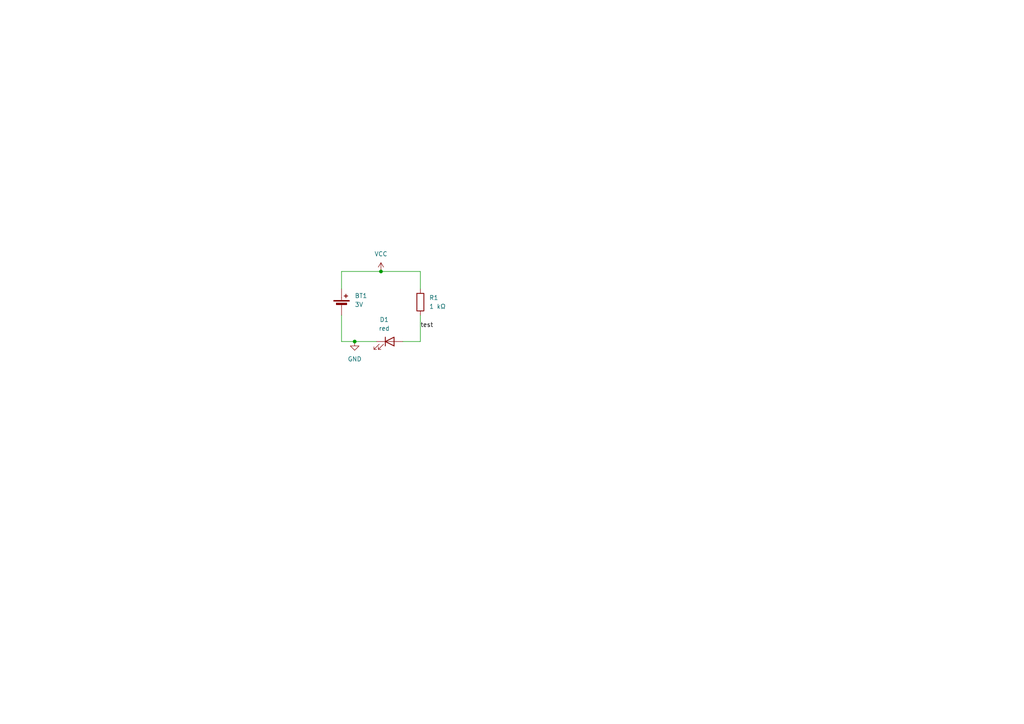
<source format=kicad_sch>
(kicad_sch (version 20250114) (generator "eeschema") (generator_version "9.0")
  (paper "A4")
  (title_block (title "Digital organ") (date "2025-09-02") (rev "0"))
  (lib_symbols
    (symbol "Device:Battery_Cell" (pin_numbers (hide yes)) (pin_names (offset 0) (hide yes))
      (property "Reference" "BT" (at 2.54 2.54 0))
      (property "Value" "Battery_Cell" (at 2.54 0 0))
      (symbol "Battery_Cell_0_1"
        (rectangle (start -2.286 1.778) (end 2.286 1.524) (fill (type outline)))
        (rectangle (start -1.524 1.016) (end 1.524 0.508) (fill (type outline)))
        (polyline (pts (xy 0 1.778) (xy 0 2.54)))
        (polyline (pts (xy 0 0.762) (xy 0 0)))
        (polyline (pts (xy 0.762 3.048) (xy 1.778 3.048)) (stroke (width 0.254)))
        (polyline (pts (xy 1.27 3.556) (xy 1.27 2.54)) (stroke (width 0.254)))
      )
      (symbol "Battery_Cell_1_1"
        (pin passive line (at 0 5.08 270) (length 2.54) (name "+") (number "1"))
        (pin passive line (at 0 -2.54 90) (length 2.54) (name "-") (number "2"))
      )
    )
    (symbol "Device:LED" (pin_numbers (hide yes)) (pin_names (offset 1.016) (hide yes))
      (property "Reference" "D" (at 0 2.54 0))
      (property "Value" "LED" (at 0 -2.54 0))
      (symbol "LED_0_1"
        (polyline (pts (xy -3.048 -0.762) (xy -4.572 -2.286) (xy -3.81 -2.286) (xy -4.572 -2.286) (xy -4.572 -1.524)))
        (polyline (pts (xy -1.778 -0.762) (xy -3.302 -2.286) (xy -2.54 -2.286) (xy -3.302 -2.286) (xy -3.302 -1.524)))
        (polyline (pts (xy -1.27 0) (xy 1.27 0)))
        (polyline (pts (xy -1.27 -1.27) (xy -1.27 1.27)) (stroke (width 0.254)))
        (polyline (pts (xy 1.27 -1.27) (xy 1.27 1.27) (xy -1.27 0) (xy 1.27 -1.27)) (stroke (width 0.254)))
      )
      (symbol "LED_1_1"
        (pin passive line (at -3.81 0 0) (length 2.54) (name "K") (number "1"))
        (pin passive line (at 3.81 0 180) (length 2.54) (name "A") (number "2"))
      )
    )
    (symbol "Device:R" (pin_numbers (hide yes)) (pin_names (offset 0))
      (property "Reference" "R" (at 2.032 0 90))
      (property "Value" "R" (at 0 0 90))
      (symbol "R_0_1"
        (rectangle (start -1.016 -2.54) (end 1.016 2.54) (stroke (width 0.254)))
      )
      (symbol "R_1_1"
        (pin passive line (at 0 3.81 270) (length 1.27) (name "~") (number "1"))
        (pin passive line (at 0 -3.81 90) (length 1.27) (name "~") (number "2"))
      )
    )
    (symbol "power:GND" (power) (pin_numbers (hide yes)) (pin_names (offset 0) (hide yes))
      (property "Value" "GND" (at 0 -3.81 0))
      (symbol "GND_0_1"
        (polyline (pts (xy 0 0) (xy 0 -1.27) (xy 1.27 -1.27) (xy 0 -2.54) (xy -1.27 -1.27) (xy 0 -1.27)))
      )
      (symbol "GND_1_1"
        (pin power_in line (at 0 0 270) (length 0) (name "~") (number "1"))
      )
    )
    (symbol "power:VCC" (power) (pin_numbers (hide yes)) (pin_names (offset 0) (hide yes))
      (property "Value" "VCC" (at 0 3.556 0))
      (symbol "VCC_0_1"
        (polyline (pts (xy -0.762 1.27) (xy 0 2.54)))
        (polyline (pts (xy 0 2.54) (xy 0.762 1.27)))
        (polyline (pts (xy 0 0) (xy 0 2.54)))
      )
      (symbol "VCC_1_1"
        (pin power_in line (at 0 0 90) (length 0) (name "~") (number "1"))
      )
    )
  )
  (junction (at 110.49 78.74))
  (junction (at 102.87 99.06))
  (wire (pts (xy 99.06 91.44) (xy 99.06 99.06)))
  (wire (pts (xy 121.92 91.44) (xy 121.92 99.06)))
  (wire (pts (xy 102.87 99.06) (xy 109.22 99.06)))
  (wire (pts (xy 99.06 83.82) (xy 99.06 78.74)))
  (wire (pts (xy 116.84 99.06) (xy 121.92 99.06)))
  (wire (pts (xy 99.06 99.06) (xy 102.87 99.06)))
  (wire (pts (xy 99.06 78.74) (xy 110.49 78.74)))
  (wire (pts (xy 110.49 78.74) (xy 121.92 78.74)))
  (wire (pts (xy 121.92 78.74) (xy 121.92 83.82)))
  (label "test" (at 121.92 95.25 0))
  (symbol (lib_id "Device:R") (at 121.92 87.63 0) (unit 1)
    (property "Reference" "R1" (at 124.46 86.3599 0) (effects (justify left)))
    (property "Value" "1 kΩ" (at 124.46 88.8999 0) (effects (justify left)))
    (property "Footprint" "Resistor_THT:R_Axial_DIN0309_L9.0mm_D3.2mm_P12.70mm_Horizontal" (effects (hide yes)))
    (property "Description" "Resistor" (effects (hide yes)))
  )
  (symbol (lib_id "power:VCC") (at 110.49 78.74 0) (unit 1)
    (property "Reference" "#PWR01" (effects (hide yes)))
    (property "Value" "VCC" (at 110.49 73.66 0))
    (property "Description" "Power symbol creates a global label with name \"VCC\"" (effects (hide yes)))
  )
  (symbol (lib_id "Device:Battery_Cell") (at 99.06 88.9 0) (unit 1)
    (property "Reference" "BT1" (at 102.87 85.7884 0) (effects (justify left)))
    (property "Value" "3V" (at 102.87 88.3284 0) (effects (justify left)))
    (property "Footprint" "Battery:BatteryHolder_Keystone_1058_1x2032" (effects (hide yes)))
    (property "Description" "Single-cell battery" (effects (hide yes)))
  )
  (symbol (lib_id "Device:LED") (at 113.03 99.06 0) (unit 1)
    (property "Reference" "D1" (at 111.4425 92.71 0))
    (property "Value" "red" (at 111.4425 95.25 0))
    (property "Footprint" "LED_THT:LED_D5.0mm" (effects (hide yes)))
    (property "Description" "Light emitting diode" (effects (hide yes)))
    (property "Sim.Pins" "1=K 2=A" (effects (hide yes)))
  )
  (symbol (lib_id "power:GND") (at 102.87 99.06 0) (unit 1)
    (property "Reference" "#PWR02" (effects (hide yes)))
    (property "Value" "GND" (at 102.87 104.14 0))
    (property "Description" "Power symbol creates a global label with name \"GND\" , ground" (effects (hide yes)))
  )
)
</source>
